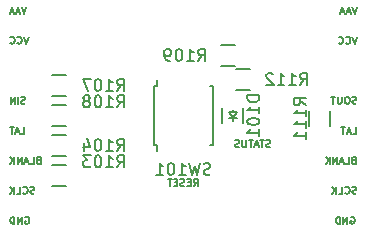
<source format=gbr>
G04 #@! TF.GenerationSoftware,KiCad,Pcbnew,(5.1.5)*
G04 #@! TF.CreationDate,2019-12-06T17:14:53-05:00*
G04 #@! TF.ProjectId,term,7465726d-2e6b-4696-9361-645f70636258,rev?*
G04 #@! TF.SameCoordinates,Original*
G04 #@! TF.FileFunction,Legend,Bot*
G04 #@! TF.FilePolarity,Positive*
%FSLAX46Y46*%
G04 Gerber Fmt 4.6, Leading zero omitted, Abs format (unit mm)*
G04 Created by KiCad (PCBNEW (5.1.5)) date 2019-12-06 17:14:53*
%MOMM*%
%LPD*%
G04 APERTURE LIST*
%ADD10C,0.150000*%
%ADD11C,1.016000*%
%ADD12C,2.032000*%
%ADD13R,2.032000X1.778000*%
%ADD14C,2.286000*%
%ADD15R,1.270000X2.780000*%
%ADD16R,1.778000X1.778000*%
%ADD17C,1.778000*%
%ADD18R,1.000000X1.300000*%
%ADD19R,1.300000X1.000000*%
%ADD20R,1.300000X1.200000*%
%ADD21C,0.889000*%
G04 APERTURE END LIST*
D10*
X152154214Y-101715857D02*
X152068500Y-101744428D01*
X151925642Y-101744428D01*
X151868500Y-101715857D01*
X151839928Y-101687285D01*
X151811357Y-101630142D01*
X151811357Y-101573000D01*
X151839928Y-101515857D01*
X151868500Y-101487285D01*
X151925642Y-101458714D01*
X152039928Y-101430142D01*
X152097071Y-101401571D01*
X152125642Y-101373000D01*
X152154214Y-101315857D01*
X152154214Y-101258714D01*
X152125642Y-101201571D01*
X152097071Y-101173000D01*
X152039928Y-101144428D01*
X151897071Y-101144428D01*
X151811357Y-101173000D01*
X151639928Y-101144428D02*
X151297071Y-101144428D01*
X151468500Y-101744428D02*
X151468500Y-101144428D01*
X151125642Y-101573000D02*
X150839928Y-101573000D01*
X151182785Y-101744428D02*
X150982785Y-101144428D01*
X150782785Y-101744428D01*
X150668500Y-101144428D02*
X150325642Y-101144428D01*
X150497071Y-101744428D02*
X150497071Y-101144428D01*
X150125642Y-101144428D02*
X150125642Y-101630142D01*
X150097071Y-101687285D01*
X150068500Y-101715857D01*
X150011357Y-101744428D01*
X149897071Y-101744428D01*
X149839928Y-101715857D01*
X149811357Y-101687285D01*
X149782785Y-101630142D01*
X149782785Y-101144428D01*
X149525642Y-101715857D02*
X149439928Y-101744428D01*
X149297071Y-101744428D01*
X149239928Y-101715857D01*
X149211357Y-101687285D01*
X149182785Y-101630142D01*
X149182785Y-101573000D01*
X149211357Y-101515857D01*
X149239928Y-101487285D01*
X149297071Y-101458714D01*
X149411357Y-101430142D01*
X149468500Y-101401571D01*
X149497071Y-101373000D01*
X149525642Y-101315857D01*
X149525642Y-101258714D01*
X149497071Y-101201571D01*
X149468500Y-101173000D01*
X149411357Y-101144428D01*
X149268500Y-101144428D01*
X149182785Y-101173000D01*
X145651428Y-105046428D02*
X145851428Y-104760714D01*
X145994285Y-105046428D02*
X145994285Y-104446428D01*
X145765714Y-104446428D01*
X145708571Y-104475000D01*
X145680000Y-104503571D01*
X145651428Y-104560714D01*
X145651428Y-104646428D01*
X145680000Y-104703571D01*
X145708571Y-104732142D01*
X145765714Y-104760714D01*
X145994285Y-104760714D01*
X145394285Y-104732142D02*
X145194285Y-104732142D01*
X145108571Y-105046428D02*
X145394285Y-105046428D01*
X145394285Y-104446428D01*
X145108571Y-104446428D01*
X144880000Y-105017857D02*
X144794285Y-105046428D01*
X144651428Y-105046428D01*
X144594285Y-105017857D01*
X144565714Y-104989285D01*
X144537142Y-104932142D01*
X144537142Y-104875000D01*
X144565714Y-104817857D01*
X144594285Y-104789285D01*
X144651428Y-104760714D01*
X144765714Y-104732142D01*
X144822857Y-104703571D01*
X144851428Y-104675000D01*
X144880000Y-104617857D01*
X144880000Y-104560714D01*
X144851428Y-104503571D01*
X144822857Y-104475000D01*
X144765714Y-104446428D01*
X144622857Y-104446428D01*
X144537142Y-104475000D01*
X144280000Y-104732142D02*
X144080000Y-104732142D01*
X143994285Y-105046428D02*
X144280000Y-105046428D01*
X144280000Y-104446428D01*
X143994285Y-104446428D01*
X143822857Y-104446428D02*
X143480000Y-104446428D01*
X143651428Y-105046428D02*
X143651428Y-104446428D01*
X158957357Y-107650000D02*
X159014500Y-107621428D01*
X159100214Y-107621428D01*
X159185928Y-107650000D01*
X159243071Y-107707142D01*
X159271642Y-107764285D01*
X159300214Y-107878571D01*
X159300214Y-107964285D01*
X159271642Y-108078571D01*
X159243071Y-108135714D01*
X159185928Y-108192857D01*
X159100214Y-108221428D01*
X159043071Y-108221428D01*
X158957357Y-108192857D01*
X158928785Y-108164285D01*
X158928785Y-107964285D01*
X159043071Y-107964285D01*
X158671642Y-108221428D02*
X158671642Y-107621428D01*
X158328785Y-108221428D01*
X158328785Y-107621428D01*
X158043071Y-108221428D02*
X158043071Y-107621428D01*
X157900214Y-107621428D01*
X157814500Y-107650000D01*
X157757357Y-107707142D01*
X157728785Y-107764285D01*
X157700214Y-107878571D01*
X157700214Y-107964285D01*
X157728785Y-108078571D01*
X157757357Y-108135714D01*
X157814500Y-108192857D01*
X157900214Y-108221428D01*
X158043071Y-108221428D01*
X131389928Y-107650000D02*
X131447071Y-107621428D01*
X131532785Y-107621428D01*
X131618500Y-107650000D01*
X131675642Y-107707142D01*
X131704214Y-107764285D01*
X131732785Y-107878571D01*
X131732785Y-107964285D01*
X131704214Y-108078571D01*
X131675642Y-108135714D01*
X131618500Y-108192857D01*
X131532785Y-108221428D01*
X131475642Y-108221428D01*
X131389928Y-108192857D01*
X131361357Y-108164285D01*
X131361357Y-107964285D01*
X131475642Y-107964285D01*
X131104214Y-108221428D02*
X131104214Y-107621428D01*
X130761357Y-108221428D01*
X130761357Y-107621428D01*
X130475642Y-108221428D02*
X130475642Y-107621428D01*
X130332785Y-107621428D01*
X130247071Y-107650000D01*
X130189928Y-107707142D01*
X130161357Y-107764285D01*
X130132785Y-107878571D01*
X130132785Y-107964285D01*
X130161357Y-108078571D01*
X130189928Y-108135714D01*
X130247071Y-108192857D01*
X130332785Y-108221428D01*
X130475642Y-108221428D01*
X131389928Y-98032857D02*
X131304214Y-98061428D01*
X131161357Y-98061428D01*
X131104214Y-98032857D01*
X131075642Y-98004285D01*
X131047071Y-97947142D01*
X131047071Y-97890000D01*
X131075642Y-97832857D01*
X131104214Y-97804285D01*
X131161357Y-97775714D01*
X131275642Y-97747142D01*
X131332785Y-97718571D01*
X131361357Y-97690000D01*
X131389928Y-97632857D01*
X131389928Y-97575714D01*
X131361357Y-97518571D01*
X131332785Y-97490000D01*
X131275642Y-97461428D01*
X131132785Y-97461428D01*
X131047071Y-97490000D01*
X130789928Y-98061428D02*
X130789928Y-97461428D01*
X130504214Y-98061428D02*
X130504214Y-97461428D01*
X130161357Y-98061428D01*
X130161357Y-97461428D01*
X131504214Y-89841428D02*
X131304214Y-90441428D01*
X131104214Y-89841428D01*
X130932785Y-90270000D02*
X130647071Y-90270000D01*
X130989928Y-90441428D02*
X130789928Y-89841428D01*
X130589928Y-90441428D01*
X130418500Y-90270000D02*
X130132785Y-90270000D01*
X130475642Y-90441428D02*
X130275642Y-89841428D01*
X130075642Y-90441428D01*
X131675642Y-92381428D02*
X131475642Y-92981428D01*
X131275642Y-92381428D01*
X130732785Y-92924285D02*
X130761357Y-92952857D01*
X130847071Y-92981428D01*
X130904214Y-92981428D01*
X130989928Y-92952857D01*
X131047071Y-92895714D01*
X131075642Y-92838571D01*
X131104214Y-92724285D01*
X131104214Y-92638571D01*
X131075642Y-92524285D01*
X131047071Y-92467142D01*
X130989928Y-92410000D01*
X130904214Y-92381428D01*
X130847071Y-92381428D01*
X130761357Y-92410000D01*
X130732785Y-92438571D01*
X130132785Y-92924285D02*
X130161357Y-92952857D01*
X130247071Y-92981428D01*
X130304214Y-92981428D01*
X130389928Y-92952857D01*
X130447071Y-92895714D01*
X130475642Y-92838571D01*
X130504214Y-92724285D01*
X130504214Y-92638571D01*
X130475642Y-92524285D01*
X130447071Y-92467142D01*
X130389928Y-92410000D01*
X130304214Y-92381428D01*
X130247071Y-92381428D01*
X130161357Y-92410000D01*
X130132785Y-92438571D01*
X131047071Y-100601428D02*
X131332785Y-100601428D01*
X131332785Y-100001428D01*
X130875642Y-100430000D02*
X130589928Y-100430000D01*
X130932785Y-100601428D02*
X130732785Y-100001428D01*
X130532785Y-100601428D01*
X130418500Y-100001428D02*
X130075642Y-100001428D01*
X130247071Y-100601428D02*
X130247071Y-100001428D01*
X132504214Y-102827142D02*
X132418500Y-102855714D01*
X132389928Y-102884285D01*
X132361357Y-102941428D01*
X132361357Y-103027142D01*
X132389928Y-103084285D01*
X132418500Y-103112857D01*
X132475642Y-103141428D01*
X132704214Y-103141428D01*
X132704214Y-102541428D01*
X132504214Y-102541428D01*
X132447071Y-102570000D01*
X132418500Y-102598571D01*
X132389928Y-102655714D01*
X132389928Y-102712857D01*
X132418500Y-102770000D01*
X132447071Y-102798571D01*
X132504214Y-102827142D01*
X132704214Y-102827142D01*
X131818500Y-103141428D02*
X132104214Y-103141428D01*
X132104214Y-102541428D01*
X131647071Y-102970000D02*
X131361357Y-102970000D01*
X131704214Y-103141428D02*
X131504214Y-102541428D01*
X131304214Y-103141428D01*
X131104214Y-103141428D02*
X131104214Y-102541428D01*
X130761357Y-103141428D01*
X130761357Y-102541428D01*
X130475642Y-103141428D02*
X130475642Y-102541428D01*
X130132785Y-103141428D02*
X130389928Y-102798571D01*
X130132785Y-102541428D02*
X130475642Y-102884285D01*
X132161357Y-105652857D02*
X132075642Y-105681428D01*
X131932785Y-105681428D01*
X131875642Y-105652857D01*
X131847071Y-105624285D01*
X131818500Y-105567142D01*
X131818500Y-105510000D01*
X131847071Y-105452857D01*
X131875642Y-105424285D01*
X131932785Y-105395714D01*
X132047071Y-105367142D01*
X132104214Y-105338571D01*
X132132785Y-105310000D01*
X132161357Y-105252857D01*
X132161357Y-105195714D01*
X132132785Y-105138571D01*
X132104214Y-105110000D01*
X132047071Y-105081428D01*
X131904214Y-105081428D01*
X131818500Y-105110000D01*
X131218500Y-105624285D02*
X131247071Y-105652857D01*
X131332785Y-105681428D01*
X131389928Y-105681428D01*
X131475642Y-105652857D01*
X131532785Y-105595714D01*
X131561357Y-105538571D01*
X131589928Y-105424285D01*
X131589928Y-105338571D01*
X131561357Y-105224285D01*
X131532785Y-105167142D01*
X131475642Y-105110000D01*
X131389928Y-105081428D01*
X131332785Y-105081428D01*
X131247071Y-105110000D01*
X131218500Y-105138571D01*
X130675642Y-105681428D02*
X130961357Y-105681428D01*
X130961357Y-105081428D01*
X130475642Y-105681428D02*
X130475642Y-105081428D01*
X130132785Y-105681428D02*
X130389928Y-105338571D01*
X130132785Y-105081428D02*
X130475642Y-105424285D01*
X159484357Y-89841428D02*
X159284357Y-90441428D01*
X159084357Y-89841428D01*
X158912928Y-90270000D02*
X158627214Y-90270000D01*
X158970071Y-90441428D02*
X158770071Y-89841428D01*
X158570071Y-90441428D01*
X158398642Y-90270000D02*
X158112928Y-90270000D01*
X158455785Y-90441428D02*
X158255785Y-89841428D01*
X158055785Y-90441428D01*
X159484357Y-92381428D02*
X159284357Y-92981428D01*
X159084357Y-92381428D01*
X158541500Y-92924285D02*
X158570071Y-92952857D01*
X158655785Y-92981428D01*
X158712928Y-92981428D01*
X158798642Y-92952857D01*
X158855785Y-92895714D01*
X158884357Y-92838571D01*
X158912928Y-92724285D01*
X158912928Y-92638571D01*
X158884357Y-92524285D01*
X158855785Y-92467142D01*
X158798642Y-92410000D01*
X158712928Y-92381428D01*
X158655785Y-92381428D01*
X158570071Y-92410000D01*
X158541500Y-92438571D01*
X157941500Y-92924285D02*
X157970071Y-92952857D01*
X158055785Y-92981428D01*
X158112928Y-92981428D01*
X158198642Y-92952857D01*
X158255785Y-92895714D01*
X158284357Y-92838571D01*
X158312928Y-92724285D01*
X158312928Y-92638571D01*
X158284357Y-92524285D01*
X158255785Y-92467142D01*
X158198642Y-92410000D01*
X158112928Y-92381428D01*
X158055785Y-92381428D01*
X157970071Y-92410000D01*
X157941500Y-92438571D01*
X159427214Y-105652857D02*
X159341500Y-105681428D01*
X159198642Y-105681428D01*
X159141500Y-105652857D01*
X159112928Y-105624285D01*
X159084357Y-105567142D01*
X159084357Y-105510000D01*
X159112928Y-105452857D01*
X159141500Y-105424285D01*
X159198642Y-105395714D01*
X159312928Y-105367142D01*
X159370071Y-105338571D01*
X159398642Y-105310000D01*
X159427214Y-105252857D01*
X159427214Y-105195714D01*
X159398642Y-105138571D01*
X159370071Y-105110000D01*
X159312928Y-105081428D01*
X159170071Y-105081428D01*
X159084357Y-105110000D01*
X158484357Y-105624285D02*
X158512928Y-105652857D01*
X158598642Y-105681428D01*
X158655785Y-105681428D01*
X158741500Y-105652857D01*
X158798642Y-105595714D01*
X158827214Y-105538571D01*
X158855785Y-105424285D01*
X158855785Y-105338571D01*
X158827214Y-105224285D01*
X158798642Y-105167142D01*
X158741500Y-105110000D01*
X158655785Y-105081428D01*
X158598642Y-105081428D01*
X158512928Y-105110000D01*
X158484357Y-105138571D01*
X157941500Y-105681428D02*
X158227214Y-105681428D01*
X158227214Y-105081428D01*
X157741500Y-105681428D02*
X157741500Y-105081428D01*
X157398642Y-105681428D02*
X157655785Y-105338571D01*
X157398642Y-105081428D02*
X157741500Y-105424285D01*
X159198642Y-102827142D02*
X159112928Y-102855714D01*
X159084357Y-102884285D01*
X159055785Y-102941428D01*
X159055785Y-103027142D01*
X159084357Y-103084285D01*
X159112928Y-103112857D01*
X159170071Y-103141428D01*
X159398642Y-103141428D01*
X159398642Y-102541428D01*
X159198642Y-102541428D01*
X159141500Y-102570000D01*
X159112928Y-102598571D01*
X159084357Y-102655714D01*
X159084357Y-102712857D01*
X159112928Y-102770000D01*
X159141500Y-102798571D01*
X159198642Y-102827142D01*
X159398642Y-102827142D01*
X158512928Y-103141428D02*
X158798642Y-103141428D01*
X158798642Y-102541428D01*
X158341500Y-102970000D02*
X158055785Y-102970000D01*
X158398642Y-103141428D02*
X158198642Y-102541428D01*
X157998642Y-103141428D01*
X157798642Y-103141428D02*
X157798642Y-102541428D01*
X157455785Y-103141428D01*
X157455785Y-102541428D01*
X157170071Y-103141428D02*
X157170071Y-102541428D01*
X156827214Y-103141428D02*
X157084357Y-102798571D01*
X156827214Y-102541428D02*
X157170071Y-102884285D01*
X159112928Y-100601428D02*
X159398642Y-100601428D01*
X159398642Y-100001428D01*
X158941500Y-100430000D02*
X158655785Y-100430000D01*
X158998642Y-100601428D02*
X158798642Y-100001428D01*
X158598642Y-100601428D01*
X158484357Y-100001428D02*
X158141500Y-100001428D01*
X158312928Y-100601428D02*
X158312928Y-100001428D01*
X159427214Y-98032857D02*
X159341500Y-98061428D01*
X159198642Y-98061428D01*
X159141500Y-98032857D01*
X159112928Y-98004285D01*
X159084357Y-97947142D01*
X159084357Y-97890000D01*
X159112928Y-97832857D01*
X159141500Y-97804285D01*
X159198642Y-97775714D01*
X159312928Y-97747142D01*
X159370071Y-97718571D01*
X159398642Y-97690000D01*
X159427214Y-97632857D01*
X159427214Y-97575714D01*
X159398642Y-97518571D01*
X159370071Y-97490000D01*
X159312928Y-97461428D01*
X159170071Y-97461428D01*
X159084357Y-97490000D01*
X158712928Y-97461428D02*
X158598642Y-97461428D01*
X158541500Y-97490000D01*
X158484357Y-97547142D01*
X158455785Y-97661428D01*
X158455785Y-97861428D01*
X158484357Y-97975714D01*
X158541500Y-98032857D01*
X158598642Y-98061428D01*
X158712928Y-98061428D01*
X158770071Y-98032857D01*
X158827214Y-97975714D01*
X158855785Y-97861428D01*
X158855785Y-97661428D01*
X158827214Y-97547142D01*
X158770071Y-97490000D01*
X158712928Y-97461428D01*
X158198642Y-97461428D02*
X158198642Y-97947142D01*
X158170071Y-98004285D01*
X158141500Y-98032857D01*
X158084357Y-98061428D01*
X157970071Y-98061428D01*
X157912928Y-98032857D01*
X157884357Y-98004285D01*
X157855785Y-97947142D01*
X157855785Y-97461428D01*
X157655785Y-97461428D02*
X157312928Y-97461428D01*
X157484357Y-98061428D02*
X157484357Y-97461428D01*
X147280000Y-96560000D02*
X147030000Y-96560000D01*
X147280000Y-101560000D02*
X147030000Y-101560000D01*
X142530000Y-101560000D02*
X142530000Y-102060000D01*
X142280000Y-101560000D02*
X142530000Y-101560000D01*
X142530000Y-96560000D02*
X142530000Y-96060000D01*
X142280000Y-96560000D02*
X142530000Y-96560000D01*
X147280000Y-101560000D02*
X147280000Y-96560000D01*
X142280000Y-101560000D02*
X142280000Y-96560000D01*
X134839000Y-103265000D02*
X133639000Y-103265000D01*
X133639000Y-105015000D02*
X134839000Y-105015000D01*
X133639000Y-102475000D02*
X134839000Y-102475000D01*
X134839000Y-100725000D02*
X133639000Y-100725000D01*
X134839000Y-95645000D02*
X133639000Y-95645000D01*
X133639000Y-97395000D02*
X134839000Y-97395000D01*
X133639000Y-99935000D02*
X134839000Y-99935000D01*
X134839000Y-98185000D02*
X133639000Y-98185000D01*
X147990000Y-94855000D02*
X149190000Y-94855000D01*
X149190000Y-93105000D02*
X147990000Y-93105000D01*
X157212000Y-99914000D02*
X157212000Y-98714000D01*
X155462000Y-98714000D02*
X155462000Y-99914000D01*
X150460000Y-95137000D02*
X149260000Y-95137000D01*
X149260000Y-96887000D02*
X150460000Y-96887000D01*
X148971000Y-98810000D02*
X148971000Y-98560000D01*
X148971000Y-99310000D02*
X148971000Y-99560000D01*
X148971000Y-99310000D02*
X149321000Y-98810000D01*
X149321000Y-98810000D02*
X148621000Y-98810000D01*
X148621000Y-98810000D02*
X148971000Y-99310000D01*
X149321000Y-99310000D02*
X148621000Y-99310000D01*
X148096000Y-99660000D02*
X148096000Y-98460000D01*
X149846000Y-99660000D02*
X149846000Y-98460000D01*
X147065714Y-104036761D02*
X146922857Y-104084380D01*
X146684761Y-104084380D01*
X146589523Y-104036761D01*
X146541904Y-103989142D01*
X146494285Y-103893904D01*
X146494285Y-103798666D01*
X146541904Y-103703428D01*
X146589523Y-103655809D01*
X146684761Y-103608190D01*
X146875238Y-103560571D01*
X146970476Y-103512952D01*
X147018095Y-103465333D01*
X147065714Y-103370095D01*
X147065714Y-103274857D01*
X147018095Y-103179619D01*
X146970476Y-103132000D01*
X146875238Y-103084380D01*
X146637142Y-103084380D01*
X146494285Y-103132000D01*
X146160952Y-103084380D02*
X145922857Y-104084380D01*
X145732380Y-103370095D01*
X145541904Y-104084380D01*
X145303809Y-103084380D01*
X144399047Y-104084380D02*
X144970476Y-104084380D01*
X144684761Y-104084380D02*
X144684761Y-103084380D01*
X144780000Y-103227238D01*
X144875238Y-103322476D01*
X144970476Y-103370095D01*
X143780000Y-103084380D02*
X143684761Y-103084380D01*
X143589523Y-103132000D01*
X143541904Y-103179619D01*
X143494285Y-103274857D01*
X143446666Y-103465333D01*
X143446666Y-103703428D01*
X143494285Y-103893904D01*
X143541904Y-103989142D01*
X143589523Y-104036761D01*
X143684761Y-104084380D01*
X143780000Y-104084380D01*
X143875238Y-104036761D01*
X143922857Y-103989142D01*
X143970476Y-103893904D01*
X144018095Y-103703428D01*
X144018095Y-103465333D01*
X143970476Y-103274857D01*
X143922857Y-103179619D01*
X143875238Y-103132000D01*
X143780000Y-103084380D01*
X142494285Y-104084380D02*
X143065714Y-104084380D01*
X142780000Y-104084380D02*
X142780000Y-103084380D01*
X142875238Y-103227238D01*
X142970476Y-103322476D01*
X143065714Y-103370095D01*
X139168047Y-103449380D02*
X139501380Y-102973190D01*
X139739476Y-103449380D02*
X139739476Y-102449380D01*
X139358523Y-102449380D01*
X139263285Y-102497000D01*
X139215666Y-102544619D01*
X139168047Y-102639857D01*
X139168047Y-102782714D01*
X139215666Y-102877952D01*
X139263285Y-102925571D01*
X139358523Y-102973190D01*
X139739476Y-102973190D01*
X138215666Y-103449380D02*
X138787095Y-103449380D01*
X138501380Y-103449380D02*
X138501380Y-102449380D01*
X138596619Y-102592238D01*
X138691857Y-102687476D01*
X138787095Y-102735095D01*
X137596619Y-102449380D02*
X137501380Y-102449380D01*
X137406142Y-102497000D01*
X137358523Y-102544619D01*
X137310904Y-102639857D01*
X137263285Y-102830333D01*
X137263285Y-103068428D01*
X137310904Y-103258904D01*
X137358523Y-103354142D01*
X137406142Y-103401761D01*
X137501380Y-103449380D01*
X137596619Y-103449380D01*
X137691857Y-103401761D01*
X137739476Y-103354142D01*
X137787095Y-103258904D01*
X137834714Y-103068428D01*
X137834714Y-102830333D01*
X137787095Y-102639857D01*
X137739476Y-102544619D01*
X137691857Y-102497000D01*
X137596619Y-102449380D01*
X136929952Y-102449380D02*
X136310904Y-102449380D01*
X136644238Y-102830333D01*
X136501380Y-102830333D01*
X136406142Y-102877952D01*
X136358523Y-102925571D01*
X136310904Y-103020809D01*
X136310904Y-103258904D01*
X136358523Y-103354142D01*
X136406142Y-103401761D01*
X136501380Y-103449380D01*
X136787095Y-103449380D01*
X136882333Y-103401761D01*
X136929952Y-103354142D01*
X139168047Y-102052380D02*
X139501380Y-101576190D01*
X139739476Y-102052380D02*
X139739476Y-101052380D01*
X139358523Y-101052380D01*
X139263285Y-101100000D01*
X139215666Y-101147619D01*
X139168047Y-101242857D01*
X139168047Y-101385714D01*
X139215666Y-101480952D01*
X139263285Y-101528571D01*
X139358523Y-101576190D01*
X139739476Y-101576190D01*
X138215666Y-102052380D02*
X138787095Y-102052380D01*
X138501380Y-102052380D02*
X138501380Y-101052380D01*
X138596619Y-101195238D01*
X138691857Y-101290476D01*
X138787095Y-101338095D01*
X137596619Y-101052380D02*
X137501380Y-101052380D01*
X137406142Y-101100000D01*
X137358523Y-101147619D01*
X137310904Y-101242857D01*
X137263285Y-101433333D01*
X137263285Y-101671428D01*
X137310904Y-101861904D01*
X137358523Y-101957142D01*
X137406142Y-102004761D01*
X137501380Y-102052380D01*
X137596619Y-102052380D01*
X137691857Y-102004761D01*
X137739476Y-101957142D01*
X137787095Y-101861904D01*
X137834714Y-101671428D01*
X137834714Y-101433333D01*
X137787095Y-101242857D01*
X137739476Y-101147619D01*
X137691857Y-101100000D01*
X137596619Y-101052380D01*
X136406142Y-101385714D02*
X136406142Y-102052380D01*
X136644238Y-101004761D02*
X136882333Y-101719047D01*
X136263285Y-101719047D01*
X139168047Y-96972380D02*
X139501380Y-96496190D01*
X139739476Y-96972380D02*
X139739476Y-95972380D01*
X139358523Y-95972380D01*
X139263285Y-96020000D01*
X139215666Y-96067619D01*
X139168047Y-96162857D01*
X139168047Y-96305714D01*
X139215666Y-96400952D01*
X139263285Y-96448571D01*
X139358523Y-96496190D01*
X139739476Y-96496190D01*
X138215666Y-96972380D02*
X138787095Y-96972380D01*
X138501380Y-96972380D02*
X138501380Y-95972380D01*
X138596619Y-96115238D01*
X138691857Y-96210476D01*
X138787095Y-96258095D01*
X137596619Y-95972380D02*
X137501380Y-95972380D01*
X137406142Y-96020000D01*
X137358523Y-96067619D01*
X137310904Y-96162857D01*
X137263285Y-96353333D01*
X137263285Y-96591428D01*
X137310904Y-96781904D01*
X137358523Y-96877142D01*
X137406142Y-96924761D01*
X137501380Y-96972380D01*
X137596619Y-96972380D01*
X137691857Y-96924761D01*
X137739476Y-96877142D01*
X137787095Y-96781904D01*
X137834714Y-96591428D01*
X137834714Y-96353333D01*
X137787095Y-96162857D01*
X137739476Y-96067619D01*
X137691857Y-96020000D01*
X137596619Y-95972380D01*
X136929952Y-95972380D02*
X136263285Y-95972380D01*
X136691857Y-96972380D01*
X139168047Y-98369380D02*
X139501380Y-97893190D01*
X139739476Y-98369380D02*
X139739476Y-97369380D01*
X139358523Y-97369380D01*
X139263285Y-97417000D01*
X139215666Y-97464619D01*
X139168047Y-97559857D01*
X139168047Y-97702714D01*
X139215666Y-97797952D01*
X139263285Y-97845571D01*
X139358523Y-97893190D01*
X139739476Y-97893190D01*
X138215666Y-98369380D02*
X138787095Y-98369380D01*
X138501380Y-98369380D02*
X138501380Y-97369380D01*
X138596619Y-97512238D01*
X138691857Y-97607476D01*
X138787095Y-97655095D01*
X137596619Y-97369380D02*
X137501380Y-97369380D01*
X137406142Y-97417000D01*
X137358523Y-97464619D01*
X137310904Y-97559857D01*
X137263285Y-97750333D01*
X137263285Y-97988428D01*
X137310904Y-98178904D01*
X137358523Y-98274142D01*
X137406142Y-98321761D01*
X137501380Y-98369380D01*
X137596619Y-98369380D01*
X137691857Y-98321761D01*
X137739476Y-98274142D01*
X137787095Y-98178904D01*
X137834714Y-97988428D01*
X137834714Y-97750333D01*
X137787095Y-97559857D01*
X137739476Y-97464619D01*
X137691857Y-97417000D01*
X137596619Y-97369380D01*
X136691857Y-97797952D02*
X136787095Y-97750333D01*
X136834714Y-97702714D01*
X136882333Y-97607476D01*
X136882333Y-97559857D01*
X136834714Y-97464619D01*
X136787095Y-97417000D01*
X136691857Y-97369380D01*
X136501380Y-97369380D01*
X136406142Y-97417000D01*
X136358523Y-97464619D01*
X136310904Y-97559857D01*
X136310904Y-97607476D01*
X136358523Y-97702714D01*
X136406142Y-97750333D01*
X136501380Y-97797952D01*
X136691857Y-97797952D01*
X136787095Y-97845571D01*
X136834714Y-97893190D01*
X136882333Y-97988428D01*
X136882333Y-98178904D01*
X136834714Y-98274142D01*
X136787095Y-98321761D01*
X136691857Y-98369380D01*
X136501380Y-98369380D01*
X136406142Y-98321761D01*
X136358523Y-98274142D01*
X136310904Y-98178904D01*
X136310904Y-97988428D01*
X136358523Y-97893190D01*
X136406142Y-97845571D01*
X136501380Y-97797952D01*
X146026047Y-94432380D02*
X146359380Y-93956190D01*
X146597476Y-94432380D02*
X146597476Y-93432380D01*
X146216523Y-93432380D01*
X146121285Y-93480000D01*
X146073666Y-93527619D01*
X146026047Y-93622857D01*
X146026047Y-93765714D01*
X146073666Y-93860952D01*
X146121285Y-93908571D01*
X146216523Y-93956190D01*
X146597476Y-93956190D01*
X145073666Y-94432380D02*
X145645095Y-94432380D01*
X145359380Y-94432380D02*
X145359380Y-93432380D01*
X145454619Y-93575238D01*
X145549857Y-93670476D01*
X145645095Y-93718095D01*
X144454619Y-93432380D02*
X144359380Y-93432380D01*
X144264142Y-93480000D01*
X144216523Y-93527619D01*
X144168904Y-93622857D01*
X144121285Y-93813333D01*
X144121285Y-94051428D01*
X144168904Y-94241904D01*
X144216523Y-94337142D01*
X144264142Y-94384761D01*
X144359380Y-94432380D01*
X144454619Y-94432380D01*
X144549857Y-94384761D01*
X144597476Y-94337142D01*
X144645095Y-94241904D01*
X144692714Y-94051428D01*
X144692714Y-93813333D01*
X144645095Y-93622857D01*
X144597476Y-93527619D01*
X144549857Y-93480000D01*
X144454619Y-93432380D01*
X143645095Y-94432380D02*
X143454619Y-94432380D01*
X143359380Y-94384761D01*
X143311761Y-94337142D01*
X143216523Y-94194285D01*
X143168904Y-94003809D01*
X143168904Y-93622857D01*
X143216523Y-93527619D01*
X143264142Y-93480000D01*
X143359380Y-93432380D01*
X143549857Y-93432380D01*
X143645095Y-93480000D01*
X143692714Y-93527619D01*
X143740333Y-93622857D01*
X143740333Y-93860952D01*
X143692714Y-93956190D01*
X143645095Y-94003809D01*
X143549857Y-94051428D01*
X143359380Y-94051428D01*
X143264142Y-94003809D01*
X143216523Y-93956190D01*
X143168904Y-93860952D01*
X155138380Y-98194952D02*
X154662190Y-97861619D01*
X155138380Y-97623523D02*
X154138380Y-97623523D01*
X154138380Y-98004476D01*
X154186000Y-98099714D01*
X154233619Y-98147333D01*
X154328857Y-98194952D01*
X154471714Y-98194952D01*
X154566952Y-98147333D01*
X154614571Y-98099714D01*
X154662190Y-98004476D01*
X154662190Y-97623523D01*
X155138380Y-99147333D02*
X155138380Y-98575904D01*
X155138380Y-98861619D02*
X154138380Y-98861619D01*
X154281238Y-98766380D01*
X154376476Y-98671142D01*
X154424095Y-98575904D01*
X155138380Y-100099714D02*
X155138380Y-99528285D01*
X155138380Y-99814000D02*
X154138380Y-99814000D01*
X154281238Y-99718761D01*
X154376476Y-99623523D01*
X154424095Y-99528285D01*
X155138380Y-101052095D02*
X155138380Y-100480666D01*
X155138380Y-100766380D02*
X154138380Y-100766380D01*
X154281238Y-100671142D01*
X154376476Y-100575904D01*
X154424095Y-100480666D01*
X154662047Y-96464380D02*
X154995380Y-95988190D01*
X155233476Y-96464380D02*
X155233476Y-95464380D01*
X154852523Y-95464380D01*
X154757285Y-95512000D01*
X154709666Y-95559619D01*
X154662047Y-95654857D01*
X154662047Y-95797714D01*
X154709666Y-95892952D01*
X154757285Y-95940571D01*
X154852523Y-95988190D01*
X155233476Y-95988190D01*
X153709666Y-96464380D02*
X154281095Y-96464380D01*
X153995380Y-96464380D02*
X153995380Y-95464380D01*
X154090619Y-95607238D01*
X154185857Y-95702476D01*
X154281095Y-95750095D01*
X152757285Y-96464380D02*
X153328714Y-96464380D01*
X153043000Y-96464380D02*
X153043000Y-95464380D01*
X153138238Y-95607238D01*
X153233476Y-95702476D01*
X153328714Y-95750095D01*
X152376333Y-95559619D02*
X152328714Y-95512000D01*
X152233476Y-95464380D01*
X151995380Y-95464380D01*
X151900142Y-95512000D01*
X151852523Y-95559619D01*
X151804904Y-95654857D01*
X151804904Y-95750095D01*
X151852523Y-95892952D01*
X152423952Y-96464380D01*
X151804904Y-96464380D01*
X151201380Y-97369523D02*
X150201380Y-97369523D01*
X150201380Y-97607619D01*
X150249000Y-97750476D01*
X150344238Y-97845714D01*
X150439476Y-97893333D01*
X150629952Y-97940952D01*
X150772809Y-97940952D01*
X150963285Y-97893333D01*
X151058523Y-97845714D01*
X151153761Y-97750476D01*
X151201380Y-97607619D01*
X151201380Y-97369523D01*
X151201380Y-98893333D02*
X151201380Y-98321904D01*
X151201380Y-98607619D02*
X150201380Y-98607619D01*
X150344238Y-98512380D01*
X150439476Y-98417142D01*
X150487095Y-98321904D01*
X150201380Y-99512380D02*
X150201380Y-99607619D01*
X150249000Y-99702857D01*
X150296619Y-99750476D01*
X150391857Y-99798095D01*
X150582333Y-99845714D01*
X150820428Y-99845714D01*
X151010904Y-99798095D01*
X151106142Y-99750476D01*
X151153761Y-99702857D01*
X151201380Y-99607619D01*
X151201380Y-99512380D01*
X151153761Y-99417142D01*
X151106142Y-99369523D01*
X151010904Y-99321904D01*
X150820428Y-99274285D01*
X150582333Y-99274285D01*
X150391857Y-99321904D01*
X150296619Y-99369523D01*
X150249000Y-99417142D01*
X150201380Y-99512380D01*
X151201380Y-100798095D02*
X151201380Y-100226666D01*
X151201380Y-100512380D02*
X150201380Y-100512380D01*
X150344238Y-100417142D01*
X150439476Y-100321904D01*
X150487095Y-100226666D01*
%LPC*%
D11*
X138430000Y-93980000D03*
X140970000Y-96520000D03*
X158750000Y-106680000D03*
X130810000Y-106680000D03*
D12*
X158496000Y-96266000D03*
X131064000Y-96266000D03*
D11*
X152400000Y-109220000D03*
X152400000Y-104140000D03*
X140970000Y-106680000D03*
X140970000Y-101600000D03*
X130810000Y-104140000D03*
X130810000Y-101600000D03*
X130810000Y-99060000D03*
X158750000Y-104140000D03*
X158750000Y-101600000D03*
D13*
X128524000Y-90170000D03*
X128524000Y-92710000D03*
X128524000Y-95250000D03*
X128524000Y-97790000D03*
X128524000Y-100330000D03*
X128524000Y-102870000D03*
X128524000Y-105410000D03*
X128524000Y-107950000D03*
X161036000Y-107950000D03*
X161036000Y-105410000D03*
X161036000Y-102870000D03*
X161036000Y-100330000D03*
X161036000Y-97790000D03*
X161036000Y-95250000D03*
X161036000Y-92710000D03*
X161036000Y-90170000D03*
D11*
X158750000Y-99060000D03*
D14*
X129540000Y-87122000D03*
X160020000Y-87122000D03*
D15*
X143510000Y-101465000D03*
X146050000Y-101465000D03*
X143510000Y-96655000D03*
X146050000Y-96655000D03*
D16*
X135890000Y-91440000D03*
D17*
X135890000Y-88900000D03*
X138430000Y-91440000D03*
X138430000Y-88900000D03*
X140970000Y-91440000D03*
X140970000Y-88900000D03*
X143510000Y-91440000D03*
X143510000Y-88900000D03*
X146050000Y-91440000D03*
X146050000Y-88900000D03*
X148590000Y-91440000D03*
X148590000Y-88900000D03*
X151130000Y-91440000D03*
X151130000Y-88900000D03*
X153670000Y-91440000D03*
X153670000Y-88900000D03*
D18*
X135339000Y-104140000D03*
X133139000Y-104140000D03*
X133139000Y-101600000D03*
X135339000Y-101600000D03*
X135339000Y-96520000D03*
X133139000Y-96520000D03*
X133139000Y-99060000D03*
X135339000Y-99060000D03*
X147490000Y-93980000D03*
X149690000Y-93980000D03*
D19*
X156337000Y-100414000D03*
X156337000Y-98214000D03*
D18*
X150960000Y-96012000D03*
X148760000Y-96012000D03*
D20*
X148971000Y-100260000D03*
X148971000Y-97860000D03*
D11*
X137668000Y-99060000D03*
X137668000Y-104140000D03*
D21*
X148336000Y-102108000D03*
X149225000Y-102997000D03*
M02*

</source>
